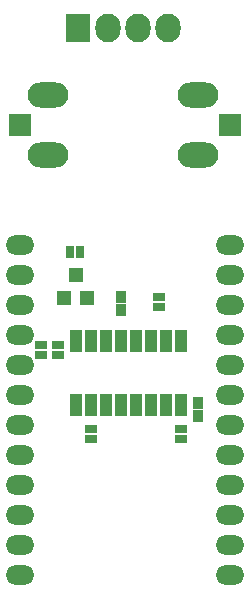
<source format=gbs>
G04 #@! TF.FileFunction,Soldermask,Bot*
%FSLAX46Y46*%
G04 Gerber Fmt 4.6, Leading zero omitted, Abs format (unit mm)*
G04 Created by KiCad (PCBNEW 4.0.1-stable) date 10/3/2016 3:23:19 PM*
%MOMM*%
G01*
G04 APERTURE LIST*
%ADD10C,0.100000*%
%ADD11O,3.448000X2.127200*%
%ADD12R,0.900000X1.000000*%
%ADD13R,1.000000X0.800000*%
%ADD14R,1.000000X1.900000*%
%ADD15R,0.800000X1.000000*%
%ADD16R,1.200100X1.200100*%
%ADD17R,2.127200X2.432000*%
%ADD18O,2.127200X2.432000*%
%ADD19O,2.400000X1.670000*%
%ADD20R,1.900000X1.900000*%
G04 APERTURE END LIST*
D10*
D11*
X128066800Y-71170800D03*
X128066800Y-76250800D03*
X140766800Y-71170800D03*
X140766800Y-76250800D03*
D12*
X134239000Y-89297600D03*
X134239000Y-88197600D03*
D13*
X137490200Y-89096000D03*
X137490200Y-88196000D03*
D14*
X130429000Y-91940400D03*
X131699000Y-91940400D03*
X132969000Y-91940400D03*
X134239000Y-91940400D03*
X135509000Y-91940400D03*
X136779000Y-91940400D03*
X138049000Y-91940400D03*
X139319000Y-91940400D03*
X139319000Y-97340400D03*
X138049000Y-97340400D03*
X136779000Y-97340400D03*
X135509000Y-97340400D03*
X134239000Y-97340400D03*
X132969000Y-97340400D03*
X131699000Y-97340400D03*
X130429000Y-97340400D03*
D13*
X139319000Y-99397400D03*
X139319000Y-100297400D03*
X131724400Y-99397400D03*
X131724400Y-100297400D03*
D15*
X130828200Y-84429600D03*
X129928200Y-84429600D03*
D16*
X131379000Y-88351360D03*
X129479000Y-88351360D03*
X130429000Y-86352380D03*
D17*
X130657600Y-65481200D03*
D18*
X133197600Y-65481200D03*
X135737600Y-65481200D03*
X138277600Y-65481200D03*
D12*
X140792200Y-98314600D03*
X140792200Y-97214600D03*
D13*
X128905000Y-93160000D03*
X128905000Y-92260000D03*
X127508000Y-93160000D03*
X127508000Y-92260000D03*
D19*
X143510000Y-83820000D03*
X125730000Y-83820000D03*
X143510000Y-86360000D03*
X125730000Y-86360000D03*
X143510000Y-88900000D03*
X125730000Y-88900000D03*
X143510000Y-91440000D03*
X125730000Y-91440000D03*
X143510000Y-93980000D03*
X125730000Y-93980000D03*
X143510000Y-96520000D03*
X125730000Y-96520000D03*
X143510000Y-99060000D03*
X125730000Y-99060000D03*
X143510000Y-101600000D03*
X125730000Y-101600000D03*
X143510000Y-104140000D03*
X125730000Y-104140000D03*
X143510000Y-106680000D03*
X125730000Y-106680000D03*
X143510000Y-109220000D03*
X125730000Y-109220000D03*
X143510000Y-111760000D03*
X125730000Y-111760000D03*
D20*
X125730000Y-73660000D03*
X143510000Y-73660000D03*
M02*

</source>
